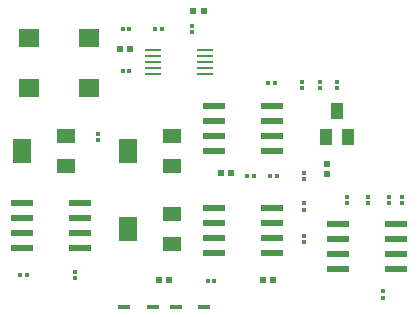
<source format=gtp>
G04 Layer_Color=8421504*
%FSLAX24Y24*%
%MOIN*%
G70*
G01*
G75*
%ADD10R,0.0780X0.0210*%
%ADD11R,0.0708X0.0629*%
%ADD12R,0.0142X0.0134*%
%ADD13R,0.0213X0.0236*%
%ADD14R,0.0630X0.0512*%
%ADD15R,0.0630X0.0787*%
%ADD16R,0.0134X0.0142*%
%ADD17R,0.0520X0.0110*%
%ADD18R,0.0236X0.0213*%
%ADD19R,0.0394X0.0551*%
%ADD20R,0.0409X0.0181*%
D10*
X-3250Y3650D02*
D03*
Y3150D02*
D03*
Y2650D02*
D03*
Y2150D02*
D03*
X-1310D02*
D03*
Y2650D02*
D03*
Y3150D02*
D03*
Y3650D02*
D03*
X-5440Y7580D02*
D03*
Y7080D02*
D03*
Y6580D02*
D03*
Y6080D02*
D03*
X-7380D02*
D03*
Y6580D02*
D03*
Y7080D02*
D03*
Y7580D02*
D03*
X-5453Y4200D02*
D03*
Y3700D02*
D03*
Y3200D02*
D03*
Y2700D02*
D03*
X-7393D02*
D03*
Y3200D02*
D03*
Y3700D02*
D03*
Y4200D02*
D03*
X-11853Y4350D02*
D03*
Y3850D02*
D03*
Y3350D02*
D03*
Y2850D02*
D03*
X-13793D02*
D03*
Y3350D02*
D03*
Y3850D02*
D03*
Y4350D02*
D03*
D11*
X-13550Y9850D02*
D03*
X-11550Y8197D02*
D03*
Y9850D02*
D03*
X-13550Y8197D02*
D03*
D12*
X-8100Y10050D02*
D03*
Y10270D02*
D03*
X-2250Y4570D02*
D03*
Y4350D02*
D03*
X-1750Y1420D02*
D03*
Y1200D02*
D03*
X-4450Y8180D02*
D03*
Y8400D02*
D03*
X-11243Y6670D02*
D03*
Y6450D02*
D03*
X-3293Y8400D02*
D03*
Y8180D02*
D03*
X-3850D02*
D03*
Y8400D02*
D03*
X-12000Y1850D02*
D03*
Y2070D02*
D03*
X-4393Y4350D02*
D03*
Y4130D02*
D03*
Y5150D02*
D03*
Y5370D02*
D03*
X-1100Y4570D02*
D03*
Y4350D02*
D03*
X-4393Y3270D02*
D03*
Y3050D02*
D03*
X-2950Y4350D02*
D03*
Y4570D02*
D03*
X-1550Y4350D02*
D03*
Y4570D02*
D03*
D13*
X-8069Y10750D02*
D03*
X-7731D02*
D03*
X-6800Y5350D02*
D03*
X-7139D02*
D03*
X-10181Y9500D02*
D03*
X-10519D02*
D03*
X-8874Y1800D02*
D03*
X-9213D02*
D03*
X-5739D02*
D03*
X-5400D02*
D03*
D14*
X-8793Y3000D02*
D03*
Y4000D02*
D03*
X-8787Y5600D02*
D03*
Y6600D02*
D03*
X-12315Y5600D02*
D03*
Y6600D02*
D03*
D15*
X-10250Y3500D02*
D03*
X-10243Y6100D02*
D03*
X-13772D02*
D03*
D16*
X-5280Y5250D02*
D03*
X-5500D02*
D03*
X-10200Y8750D02*
D03*
X-10420D02*
D03*
X-7593Y1750D02*
D03*
X-7373D02*
D03*
X-10200Y10150D02*
D03*
X-10420D02*
D03*
X-5570Y8350D02*
D03*
X-5350D02*
D03*
X-9130Y10150D02*
D03*
X-9350D02*
D03*
X-6270Y5250D02*
D03*
X-6050D02*
D03*
X-13850Y1950D02*
D03*
X-13630D02*
D03*
D17*
X-7668Y9444D02*
D03*
Y9247D02*
D03*
Y9050D02*
D03*
Y8853D02*
D03*
Y8656D02*
D03*
X-9400D02*
D03*
Y8853D02*
D03*
Y9050D02*
D03*
Y9247D02*
D03*
Y9444D02*
D03*
D18*
X-3600Y5311D02*
D03*
Y5650D02*
D03*
D19*
X-3648Y6550D02*
D03*
X-2900D02*
D03*
X-3274Y7416D02*
D03*
D20*
X-10368Y900D02*
D03*
X-9431D02*
D03*
X-7700D02*
D03*
X-8637D02*
D03*
M02*

</source>
